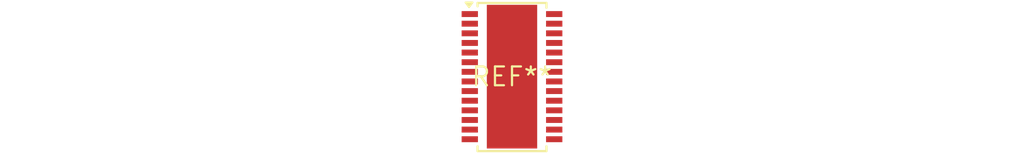
<source format=kicad_pcb>
(kicad_pcb (version 20240108) (generator pcbnew)
  (layers (0 "F.Cu" signal) (31 "B.Cu" signal) (34 "B.Paste" user) (35 "F.Paste" user) (36 "B.SilkS" user "B.Silkscreen") (37 "F.SilkS" user "F.Silkscreen") (38 "B.Mask" user) (39 "F.Mask" user) (44 "Edge.Cuts" user))
  (net 0 "")
  (footprint "HTSSOP-28-1EP_4.4x9.7mm_P0.65mm_EP3.4x9.5mm_Mask2.4x6.17mm" (layer "F.Cu") (at 0 0)
    (property "Reference" "REF**")
    (property "Value" "HTSSOP-28-1EP_4.4x9.7mm_P0.65mm_EP3.4x9.5mm_Mask2.4x6.17mm")
    (fp_line (start -2.325 -4.975) (end -2.325 -4.75) (layer "F.SilkS") (stroke (width 0.15)))
    (fp_line (start -2.325 -4.975) (end 2.325 -4.975) (layer "F.SilkS") (stroke (width 0.15)))
    (fp_line (start -2.325 5.0258) (end -2.325 4.7008) (layer "F.SilkS") (stroke (width 0.15)))
    (fp_line (start -2.325 5.0258) (end 2.325 5.0258) (layer "F.SilkS") (stroke (width 0.15)))
    (fp_line (start 2.325 -4.975) (end 2.325 -4.65) (layer "F.SilkS") (stroke (width 0.15)))
    (fp_line (start 2.325 5.0258) (end 2.325 4.7008) (layer "F.SilkS") (stroke (width 0.15)))
    (fp_poly (pts (xy -2.9 -4.685) (xy -3.14 -5.015) (xy -2.66 -5.015) (xy -2.9 -4.685)) (layer "F.SilkS") (stroke (width 0.12)) (fill solid))
    (pad "1" smd rect (at -2.85 -4.225) (size 1.1 0.4) (layers "F.Cu" "F.Paste" "F.Mask"))
    (pad "2" smd rect (at -2.85 -3.575) (size 1.1 0.4) (layers "F.Cu" "F.Paste" "F.Mask"))
    (pad "3" smd rect (at -2.85 -2.925) (size 1.1 0.4) (layers "F.Cu" "F.Paste" "F.Mask"))
    (pad "4" smd rect (at -2.85 -2.275) (size 1.1 0.4) (layers "F.Cu" "F.Paste" "F.Mask"))
    (pad "5" smd rect (at -2.85 -1.625) (size 1.1 0.4) (layers "F.Cu" "F.Paste" "F.Mask"))
    (pad "6" smd rect (at -2.85 -0.975) (size 1.1 0.4) (layers "F.Cu" "F.Paste" "F.Mask"))
    (pad "7" smd rect (at -2.85 -0.325) (size 1.1 0.4) (layers "F.Cu" "F.Paste" "F.Mask"))
    (pad "8" smd rect (at -2.85 0.325) (size 1.1 0.4) (layers "F.Cu" "F.Paste" "F.Mask"))
    (pad "9" smd rect (at -2.85 0.975) (size 1.1 0.4) (layers "F.Cu" "F.Paste" "F.Mask"))
    (pad "10" smd rect (at -2.85 1.625) (size 1.1 0.4) (layers "F.Cu" "F.Paste" "F.Mask"))
    (pad "11" smd rect (at -2.85 2.275) (size 1.1 0.4) (layers "F.Cu" "F.Paste" "F.Mask"))
    (pad "12" smd rect (at -2.85 2.925) (size 1.1 0.4) (layers "F.Cu" "F.Paste" "F.Mask"))
    (pad "13" smd rect (at -2.85 3.575) (size 1.1 0.4) (layers "F.Cu" "F.Paste" "F.Mask"))
    (pad "14" smd rect (at -2.85 4.225) (size 1.1 0.4) (layers "F.Cu" "F.Paste" "F.Mask"))
    (pad "15" smd rect (at 2.85 4.225) (size 1.1 0.4) (layers "F.Cu" "F.Paste" "F.Mask"))
    (pad "16" smd rect (at 2.85 3.575) (size 1.1 0.4) (layers "F.Cu" "F.Paste" "F.Mask"))
    (pad "17" smd rect (at 2.85 2.925) (size 1.1 0.4) (layers "F.Cu" "F.Paste" "F.Mask"))
    (pad "18" smd rect (at 2.85 2.275) (size 1.1 0.4) (layers "F.Cu" "F.Paste" "F.Mask"))
    (pad "19" smd rect (at 2.85 1.625) (size 1.1 0.4) (layers "F.Cu" "F.Paste" "F.Mask"))
    (pad "20" smd rect (at 2.85 0.975) (size 1.1 0.4) (layers "F.Cu" "F.Paste" "F.Mask"))
    (pad "21" smd rect (at 2.85 0.325) (size 1.1 0.4) (layers "F.Cu" "F.Paste" "F.Mask"))
    (pad "22" smd rect (at 2.85 -0.325) (size 1.1 0.4) (layers "F.Cu" "F.Paste" "F.Mask"))
    (pad "23" smd rect (at 2.85 -0.975) (size 1.1 0.4) (layers "F.Cu" "F.Paste" "F.Mask"))
    (pad "24" smd rect (at 2.85 -1.625) (size 1.1 0.4) (layers "F.Cu" "F.Paste" "F.Mask"))
    (pad "25" smd rect (at 2.85 -2.275) (size 1.1 0.4) (layers "F.Cu" "F.Paste" "F.Mask"))
    (pad "26" smd rect (at 2.85 -2.925) (size 1.1 0.4) (layers "F.Cu" "F.Paste" "F.Mask"))
    (pad "27" smd rect (at 2.85 -3.575) (size 1.1 0.4) (layers "F.Cu" "F.Paste" "F.Mask"))
    (pad "28" smd rect (at 2.85 -4.225) (size 1.1 0.4) (layers "F.Cu" "F.Paste" "F.Mask"))
    (pad "29" smd rect (at 0 0) (size 3.4 9.7) (layers "F.Cu"))
  )
)
</source>
